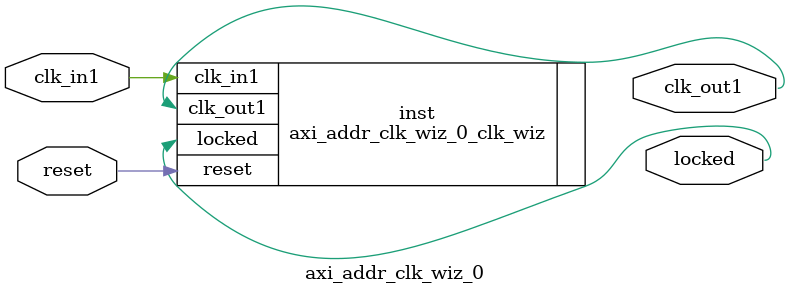
<source format=v>


`timescale 1ps/1ps

(* CORE_GENERATION_INFO = "axi_addr_clk_wiz_0,clk_wiz_v6_0_10_0_0,{component_name=axi_addr_clk_wiz_0,use_phase_alignment=true,use_min_o_jitter=false,use_max_i_jitter=false,use_dyn_phase_shift=false,use_inclk_switchover=false,use_dyn_reconfig=false,enable_axi=0,feedback_source=FDBK_AUTO,PRIMITIVE=MMCM,num_out_clk=1,clkin1_period=8.000,clkin2_period=10.000,use_power_down=false,use_reset=true,use_locked=true,use_inclk_stopped=false,feedback_type=SINGLE,CLOCK_MGR_TYPE=NA,manual_override=false}" *)

module axi_addr_clk_wiz_0 
 (
  // Clock out ports
  output        clk_out1,
  // Status and control signals
  input         reset,
  output        locked,
 // Clock in ports
  input         clk_in1
 );

  axi_addr_clk_wiz_0_clk_wiz inst
  (
  // Clock out ports  
  .clk_out1(clk_out1),
  // Status and control signals               
  .reset(reset), 
  .locked(locked),
 // Clock in ports
  .clk_in1(clk_in1)
  );

endmodule

</source>
